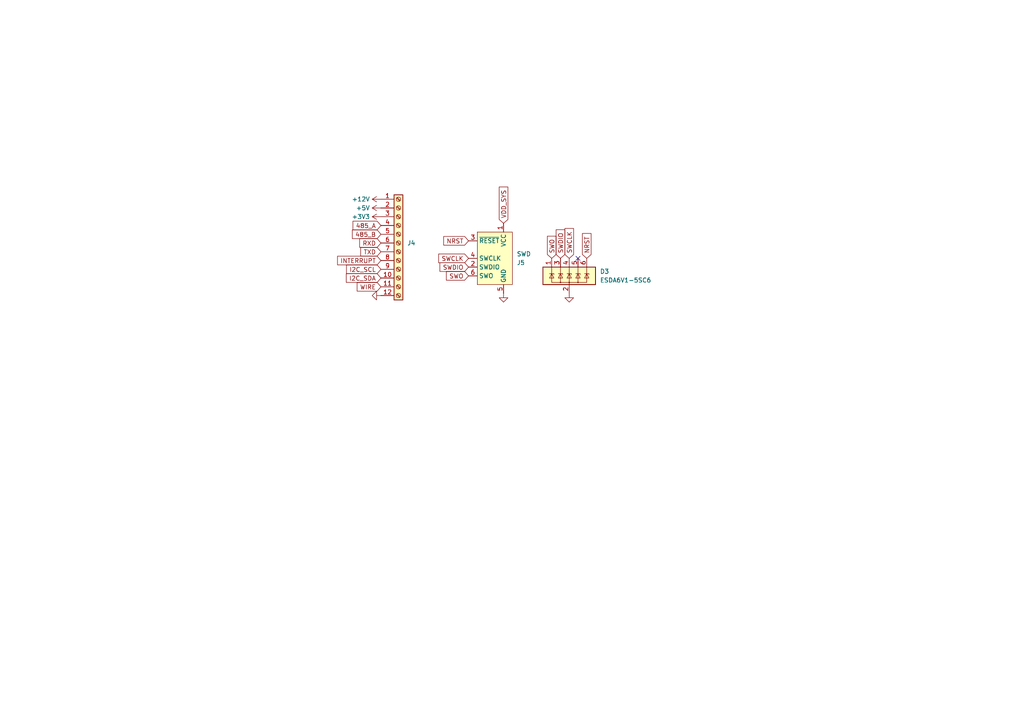
<source format=kicad_sch>
(kicad_sch (version 20230121) (generator eeschema)
  (paper "A4")
  (title_block (title "NPK SENSOR BOARD") (date "2023-07-30") (rev "V1a") (company "SENSEA LABS"))
  (lib_symbols
    (symbol "Connector:Conn_ARM_SWD_TagConnect_TC2030" (in_bom no)
      (property "Reference" "J" (at 2.54 11.43 0))
      (property "Value" "Conn_ARM_SWD_TagConnect_TC2030" (at 5.08 8.89 0))
      (symbol "Conn_ARM_SWD_TagConnect_TC2030_0_0"
        (pin power_in line (at -2.54 10.16 270) (length 2.54) (name "VCC") (number "1"))
        (pin bidirectional line (at 7.62 -2.54 180) (length 2.54) (name "SWDIO") (number "2"))
        (pin open_collector line (at 7.62 5.08 180) (length 2.54) (name "~{RESET}") (number "3"))
        (pin output line (at 7.62 0 180) (length 2.54) (name "SWCLK") (number "4"))
        (pin power_in line (at -2.54 -10.16 90) (length 2.54) (name "GND") (number "5"))
        (pin input line (at 7.62 -5.08 180) (length 2.54) (name "SWO") (number "6"))
      )
      (symbol "Conn_ARM_SWD_TagConnect_TC2030_0_1"
        (rectangle (start -5.08 7.62) (end 5.08 -7.62) (fill (type background)))
      )
    )
    (symbol "Connector:Screw_Terminal_01x12" (pin_names (offset 1.016) hide)
      (property "Reference" "J" (at 0 15.24 0))
      (property "Value" "Screw_Terminal_01x12" (at 0 -17.78 0))
      (symbol "Screw_Terminal_01x12_1_1"
        (rectangle (start -1.27 13.97) (end 1.27 -16.51) (stroke (width 0.254)) (fill (type background)))
        (circle (center 0 -15.24) (radius 0.635) (stroke (width 0.1524)))
        (circle (center 0 -12.7) (radius 0.635) (stroke (width 0.1524)))
        (circle (center 0 -10.16) (radius 0.635) (stroke (width 0.1524)))
        (circle (center 0 -7.62) (radius 0.635) (stroke (width 0.1524)))
        (circle (center 0 -5.08) (radius 0.635) (stroke (width 0.1524)))
        (circle (center 0 -2.54) (radius 0.635) (stroke (width 0.1524)))
        (polyline (pts (xy -0.5334 -14.9098) (xy 0.3302 -15.748)) (stroke (width 0.1524)))
        (polyline (pts (xy -0.5334 -12.3698) (xy 0.3302 -13.208)) (stroke (width 0.1524)))
        (polyline (pts (xy -0.5334 -9.8298) (xy 0.3302 -10.668)) (stroke (width 0.1524)))
        (polyline (pts (xy -0.5334 -7.2898) (xy 0.3302 -8.128)) (stroke (width 0.1524)))
        (polyline (pts (xy -0.5334 -4.7498) (xy 0.3302 -5.588)) (stroke (width 0.1524)))
        (polyline (pts (xy -0.5334 -2.2098) (xy 0.3302 -3.048)) (stroke (width 0.1524)))
        (polyline (pts (xy -0.5334 0.3302) (xy 0.3302 -0.508)) (stroke (width 0.1524)))
        (polyline (pts (xy -0.5334 2.8702) (xy 0.3302 2.032)) (stroke (width 0.1524)))
        (polyline (pts (xy -0.5334 5.4102) (xy 0.3302 4.572)) (stroke (width 0.1524)))
        (polyline (pts (xy -0.5334 7.9502) (xy 0.3302 7.112)) (stroke (width 0.1524)))
        (polyline (pts (xy -0.5334 10.4902) (xy 0.3302 9.652)) (stroke (width 0.1524)))
        (polyline (pts (xy -0.5334 13.0302) (xy 0.3302 12.192)) (stroke (width 0.1524)))
        (polyline (pts (xy -0.3556 -14.732) (xy 0.508 -15.5702)) (stroke (width 0.1524)))
        (polyline (pts (xy -0.3556 -12.192) (xy 0.508 -13.0302)) (stroke (width 0.1524)))
        (polyline (pts (xy -0.3556 -9.652) (xy 0.508 -10.4902)) (stroke (width 0.1524)))
        (polyline (pts (xy -0.3556 -7.112) (xy 0.508 -7.9502)) (stroke (width 0.1524)))
        (polyline (pts (xy -0.3556 -4.572) (xy 0.508 -5.4102)) (stroke (width 0.1524)))
        (polyline (pts (xy -0.3556 -2.032) (xy 0.508 -2.8702)) (stroke (width 0.1524)))
        (polyline (pts (xy -0.3556 0.508) (xy 0.508 -0.3302)) (stroke (width 0.1524)))
        (polyline (pts (xy -0.3556 3.048) (xy 0.508 2.2098)) (stroke (width 0.1524)))
        (polyline (pts (xy -0.3556 5.588) (xy 0.508 4.7498)) (stroke (width 0.1524)))
        (polyline (pts (xy -0.3556 8.128) (xy 0.508 7.2898)) (stroke (width 0.1524)))
        (polyline (pts (xy -0.3556 10.668) (xy 0.508 9.8298)) (stroke (width 0.1524)))
        (polyline (pts (xy -0.3556 13.208) (xy 0.508 12.3698)) (stroke (width 0.1524)))
        (circle (center 0 0) (radius 0.635) (stroke (width 0.1524)))
        (circle (center 0 2.54) (radius 0.635) (stroke (width 0.1524)))
        (circle (center 0 5.08) (radius 0.635) (stroke (width 0.1524)))
        (circle (center 0 7.62) (radius 0.635) (stroke (width 0.1524)))
        (circle (center 0 10.16) (radius 0.635) (stroke (width 0.1524)))
        (circle (center 0 12.7) (radius 0.635) (stroke (width 0.1524)))
        (pin passive line (at -5.08 12.7 0) (length 3.81) (name "Pin_1") (number "1"))
        (pin passive line (at -5.08 -10.16 0) (length 3.81) (name "Pin_10") (number "10"))
        (pin passive line (at -5.08 -12.7 0) (length 3.81) (name "Pin_11") (number "11"))
        (pin passive line (at -5.08 -15.24 0) (length 3.81) (name "Pin_12") (number "12"))
        (pin passive line (at -5.08 10.16 0) (length 3.81) (name "Pin_2") (number "2"))
        (pin passive line (at -5.08 7.62 0) (length 3.81) (name "Pin_3") (number "3"))
        (pin passive line (at -5.08 5.08 0) (length 3.81) (name "Pin_4") (number "4"))
        (pin passive line (at -5.08 2.54 0) (length 3.81) (name "Pin_5") (number "5"))
        (pin passive line (at -5.08 0 0) (length 3.81) (name "Pin_6") (number "6"))
        (pin passive line (at -5.08 -2.54 0) (length 3.81) (name "Pin_7") (number "7"))
        (pin passive line (at -5.08 -5.08 0) (length 3.81) (name "Pin_8") (number "8"))
        (pin passive line (at -5.08 -7.62 0) (length 3.81) (name "Pin_9") (number "9"))
      )
    )
    (symbol "Power_Protection:ESDA6V1-5SC6" (pin_names hide)
      (property "Reference" "D" (at -5.08 -3.81 0))
      (property "Value" "ESDA6V1-5SC6" (at 2.54 -3.81 0))
      (symbol "ESDA6V1-5SC6_0_0"
        (pin passive line (at 0 -5.08 90) (length 2.54) (name "GND") (number "2"))
      )
      (symbol "ESDA6V1-5SC6_0_1"
        (rectangle (start -7.62 2.54) (end 7.62 -2.54) (stroke (width 0.254)) (fill (type background)))
        (circle (center -2.54 -1.905) (radius 0.127))
        (circle (center 0 -1.905) (radius 0.127))
        (polyline (pts (xy -2.54 2.54) (xy -2.54 -1.905)))
        (polyline (pts (xy 0 2.54) (xy 0 -2.54)))
        (polyline (pts (xy 2.54 2.54) (xy 2.54 -1.905)))
        (polyline (pts (xy -5.715 0.635) (xy -4.445 0.635) (xy -4.445 0.381)))
        (polyline (pts (xy -3.175 0.635) (xy -1.905 0.635) (xy -1.905 0.381)))
        (polyline (pts (xy -0.635 0.635) (xy 0.635 0.635) (xy 0.635 0.381)))
        (polyline (pts (xy 1.905 0.635) (xy 3.175 0.635) (xy 3.175 0.381)))
        (polyline (pts (xy 4.445 0.635) (xy 5.715 0.635) (xy 5.715 0.381)))
        (polyline (pts (xy -5.715 -0.635) (xy -4.445 -0.635) (xy -5.08 0.635) (xy -5.715 -0.635)))
        (polyline (pts (xy -5.08 2.54) (xy -5.08 -1.905) (xy 5.08 -1.905) (xy 5.08 2.54)))
        (polyline (pts (xy -3.175 -0.635) (xy -1.905 -0.635) (xy -2.54 0.635) (xy -3.175 -0.635)))
        (polyline (pts (xy -0.635 -0.635) (xy 0.635 -0.635) (xy 0 0.635) (xy -0.635 -0.635)))
        (polyline (pts (xy 1.905 -0.635) (xy 3.175 -0.635) (xy 2.54 0.635) (xy 1.905 -0.635)))
        (polyline (pts (xy 4.445 -0.635) (xy 5.715 -0.635) (xy 5.08 0.635) (xy 4.445 -0.635)))
        (circle (center 2.54 -1.905) (radius 0.127))
      )
      (symbol "ESDA6V1-5SC6_1_1"
        (pin passive line (at -5.08 5.08 270) (length 2.54) (name "IO1") (number "1"))
        (pin passive line (at -2.54 5.08 270) (length 2.54) (name "IO2") (number "3"))
        (pin passive line (at 0 5.08 270) (length 2.54) (name "IO3") (number "4"))
        (pin passive line (at 2.54 5.08 270) (length 2.54) (name "IO4") (number "5"))
        (pin passive line (at 5.08 5.08 270) (length 2.54) (name "IO5") (number "6"))
      )
    )
    (symbol "power:+12V" (power) (pin_names (offset 0))
      (property "Value" "+12V" (at 0 3.556 0))
      (symbol "+12V_0_1"
        (polyline (pts (xy -0.762 1.27) (xy 0 2.54)))
        (polyline (pts (xy 0 0) (xy 0 2.54)))
        (polyline (pts (xy 0 2.54) (xy 0.762 1.27)))
      )
      (symbol "+12V_1_1"
        (pin power_in line (at 0 0 90) (length 0) hide (name "+12V") (number "1"))
      )
    )
    (symbol "power:+3V3" (power) (pin_names (offset 0))
      (property "Value" "+3V3" (at 0 3.556 0))
      (symbol "+3V3_0_1"
        (polyline (pts (xy -0.762 1.27) (xy 0 2.54)))
        (polyline (pts (xy 0 0) (xy 0 2.54)))
        (polyline (pts (xy 0 2.54) (xy 0.762 1.27)))
      )
      (symbol "+3V3_1_1"
        (pin power_in line (at 0 0 90) (length 0) hide (name "+3V3") (number "1"))
      )
    )
    (symbol "power:+5V" (power) (pin_names (offset 0))
      (property "Value" "+5V" (at 0 3.556 0))
      (symbol "+5V_0_1"
        (polyline (pts (xy -0.762 1.27) (xy 0 2.54)))
        (polyline (pts (xy 0 0) (xy 0 2.54)))
        (polyline (pts (xy 0 2.54) (xy 0.762 1.27)))
      )
      (symbol "+5V_1_1"
        (pin power_in line (at 0 0 90) (length 0) hide (name "+5V") (number "1"))
      )
    )
    (symbol "power:GND" (power) (pin_names (offset 0))
      (property "Value" "GND" (at 0 -3.81 0))
      (symbol "GND_0_1"
        (polyline (pts (xy 0 0) (xy 0 -1.27) (xy 1.27 -1.27) (xy 0 -2.54) (xy -1.27 -1.27) (xy 0 -1.27)))
      )
      (symbol "GND_1_1"
        (pin power_in line (at 0 0 270) (length 0) hide (name "GND") (number "1"))
      )
    )
  )
  (no_connect (at 167.64 74.93))
  (global_label "SWCLK" (shape input) (at 135.89 74.93 180) (property "Intersheetrefs" "${INTERSHEET_REFS}" (effects hide)))
  (global_label "SWDIO" (shape input) (at 162.56 74.93 90) (property "Intersheetrefs" "${INTERSHEET_REFS}" (effects hide)))
  (global_label "WIRE" (shape input) (at 110.49 83.185 180) (property "Intersheetrefs" "${INTERSHEET_REFS}" (effects hide)))
  (global_label "SWO" (shape input) (at 135.89 80.01 180) (property "Intersheetrefs" "${INTERSHEET_REFS}" (effects hide)))
  (global_label "I2C_SCL" (shape input) (at 110.49 78.105 180) (property "Intersheetrefs" "${INTERSHEET_REFS}" (effects hide)))
  (global_label "RXD" (shape input) (at 110.49 70.485 180) (property "Intersheetrefs" "${INTERSHEET_REFS}" (effects hide)))
  (global_label "485_A" (shape input) (at 110.49 65.405 180) (property "Intersheetrefs" "${INTERSHEET_REFS}" (effects hide)))
  (global_label "NRST" (shape input) (at 170.18 74.93 90) (property "Intersheetrefs" "${INTERSHEET_REFS}" (effects hide)))
  (global_label "SWCLK" (shape input) (at 165.1 74.93 90) (property "Intersheetrefs" "${INTERSHEET_REFS}" (effects hide)))
  (global_label "485_B" (shape input) (at 110.49 67.945 180) (property "Intersheetrefs" "${INTERSHEET_REFS}" (effects hide)))
  (global_label "NRST" (shape input) (at 135.89 69.85 180) (property "Intersheetrefs" "${INTERSHEET_REFS}" (effects hide)))
  (global_label "VDD_SYS" (shape input) (at 146.05 64.77 90) (property "Intersheetrefs" "${INTERSHEET_REFS}" (effects hide)))
  (global_label "SWO" (shape input) (at 160.02 74.93 90) (property "Intersheetrefs" "${INTERSHEET_REFS}" (effects hide)))
  (global_label "TXD" (shape input) (at 110.49 73.025 180) (property "Intersheetrefs" "${INTERSHEET_REFS}" (effects hide)))
  (global_label "INTERRUPT" (shape input) (at 110.49 75.565 180) (property "Intersheetrefs" "${INTERSHEET_REFS}" (effects hide)))
  (global_label "I2C_SDA" (shape input) (at 110.49 80.645 180) (property "Intersheetrefs" "${INTERSHEET_REFS}" (effects hide)))
  (global_label "SWDIO" (shape input) (at 135.89 77.47 180) (property "Intersheetrefs" "${INTERSHEET_REFS}" (effects hide)))
  (symbol (lib_id "power:GND") (at 146.05 85.09 0) (mirror y) (unit 1)
    (property "Reference" "#PWR041" (effects hide))
    (property "Value" "GND" (effects hide))
    (instances (project "NPK_Board" (path "" (reference "#PWR041") (unit 1)) (path "" (reference "#PWR041") (unit 1))) (project "STLoRa_Carrier_Board" (path "" (reference "#PWR06") (unit 1))))
  )
  (symbol (lib_id "power:+3V3") (at 110.49 62.865 90) (unit 1)
    (property "Reference" "#PWR068" (effects hide))
    (property "Value" "+3V3" (at 107.315 62.865 90) (effects (justify left)))
  )
  (symbol (lib_id "Connector:Screw_Terminal_01x12") (at 115.57 70.485 0) (unit 1)
    (property "Reference" "J4" (at 118.11 70.485 0) (effects (justify left)))
    (property "Value" "Screw_Terminal_01x12" (effects hide))
  )
  (symbol (lib_id "power:+12V") (at 110.49 57.785 90) (unit 1)
    (property "Reference" "#PWR032" (effects hide))
    (property "Value" "+12V" (at 107.315 57.785 90) (effects (justify left)))
    (instances (project "NPK_Board" (path "" (reference "#PWR032") (unit 1)) (path "" (reference "#PWR033") (unit 1))))
  )
  (symbol (lib_id "power:GND") (at 165.1 85.09 0) (mirror y) (unit 1)
    (property "Reference" "#PWR041" (effects hide))
    (property "Value" "GND" (effects hide))
    (instances (project "NPK_Board" (path "" (reference "#PWR041") (unit 1)) (path "" (reference "#PWR070") (unit 1))) (project "STLoRa_Carrier_Board" (path "" (reference "#PWR06") (unit 1))))
  )
  (symbol (lib_id "power:+5V") (at 110.49 60.325 90) (unit 1)
    (property "Reference" "#PWR067" (effects hide))
    (property "Value" "+5V" (at 107.315 60.325 90) (effects (justify left)))
  )
  (symbol (lib_id "Connector:Conn_ARM_SWD_TagConnect_TC2030") (at 143.51 74.93 0) (mirror y) (unit 1) (in_bom no)
    (property "Reference" "J5" (at 149.86 76.2 0) (effects (justify right)))
    (property "Value" "SWD" (at 149.86 73.66 0) (effects (justify right)))
    (property "Footprint" "Connector:Tag-Connect_TC2030-IDC-FP_2x03_P1.27mm_Vertical" (effects hide))
    (property "Datasheet" "https://www.tag-connect.com/wp-content/uploads/bsk-pdf-manager/TC2030-CTX_1.pdf" (effects hide))
  )
  (symbol (lib_id "power:GND") (at 110.49 85.725 270) (mirror x) (unit 1)
    (property "Reference" "#PWR041" (effects hide))
    (property "Value" "GND" (effects hide))
    (instances (project "NPK_Board" (path "" (reference "#PWR041") (unit 1)) (path "" (reference "#PWR069") (unit 1))) (project "STLoRa_Carrier_Board" (path "" (reference "#PWR06") (unit 1))))
  )
  (symbol (lib_id "Power_Protection:ESDA6V1-5SC6") (at 165.1 80.01 0) (unit 1)
    (property "Reference" "D3" (at 173.99 78.74 0) (effects (justify left)))
    (property "Value" "ESDA6V1-5SC6" (at 173.99 81.28 0) (effects (justify left)))
    (property "Footprint" "Package_TO_SOT_SMD:SOT-23-6" (effects hide))
    (property "Datasheet" "www.st.com/resource/en/datasheet/esda6v1-5sc6.pdf" (effects hide))
  )
)
</source>
